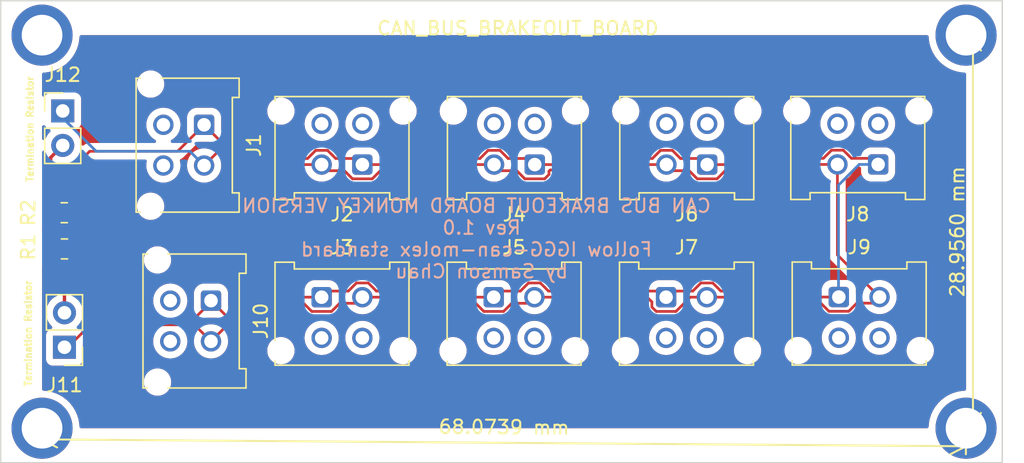
<source format=kicad_pcb>
(kicad_pcb (version 20211014) (generator pcbnew)
  (layers (0 "F.Cu" signal) (31 "B.Cu" signal) (34 "B.Paste" user) (35 "F.Paste" user) (36 "B.SilkS" user "B.Silkscreen") (37 "F.SilkS" user "F.Silkscreen") (38 "B.Mask" user) (39 "F.Mask" user) (44 "Edge.Cuts" user))
  (net 0 "")
  (net 1 "/CAN_P")
  (net 2 "/CAN_N")
  (net 4 "Net-(J11-Pad2)")
  (net 5 "Net-(J12-Pad2)")
  (footprint "Connector_Molex:Molex_Micro-Fit_3.0_43045-0412_2x02_P3.00mm_Vertical" (layer "F.Cu") (at 69.342 56.642 -90)
    (fp_text reference "J10" (at 1.5 -3.67 90) (layer "F.SilkS"))
    (fp_text value "mx3.0_2x2")
    (fp_line (start -3.435 4.7) (end -3.435 5.01) (layer "F.SilkS") (width 0.12))
    (fp_line (start 5.015 -2.08) (end 5.015 -2.58) (layer "F.SilkS") (width 0.12))
    (fp_line (start -3.435 5.01) (end 6.435 5.01) (layer "F.SilkS") (width 0.12))
    (fp_line (start -3.435 -2.58) (end -2.015 -2.58) (layer "F.SilkS") (width 0.12))
    (fp_line (start -2.015 -2.58) (end -2.015 -2.08) (layer "F.SilkS") (width 0.12))
    (fp_line (start -3.435 3.18) (end -3.435 -2.58) (layer "F.SilkS") (width 0.12))
    (fp_line (start 6.435 -2.58) (end 6.435 3.18) (layer "F.SilkS") (width 0.12))
    (fp_line (start -2.015 -2.08) (end 5.015 -2.08) (layer "F.SilkS") (width 0.12))
    (fp_line (start 5.015 -2.58) (end 6.435 -2.58) (layer "F.SilkS") (width 0.12))
    (fp_line (start 6.435 5.01) (end 6.435 4.7) (layer "F.SilkS") (width 0.12))
    (pad "" np_thru_hole circle locked (at -3 3.94 270) (size 1 1) (drill 1) (layers *.Cu *.Mask))
    (pad "" np_thru_hole circle locked (at 6 3.94 270) (size 1 1) (drill 1) (layers *.Cu *.Mask))
    (pad "1" thru_hole roundrect locked (at 0 0 270) (size 1.5 1.5) (drill 1) (layers *.Cu *.Mask) (roundrect_rratio 0.1666673333) (net 1 "/CAN_P"))
    (pad "2" thru_hole circle locked (at 3 0 270) (size 1.5 1.5) (drill 1) (layers *.Cu *.Mask) (net 2 "/CAN_N"))
    (pad "3" thru_hole circle locked (at 0 3 270) (size 1.5 1.5) (drill 1) (layers *.Cu *.Mask))
    (pad "4" thru_hole circle locked (at 3 3 270) (size 1.5 1.5) (drill 1) (layers *.Cu *.Mask))
  )
  (footprint "Connector_Molex:Molex_Micro-Fit_3.0_43045-0412_2x02_P3.00mm_Vertical" (layer "F.Cu") (at 102.87 56.388)
    (fp_text reference "J7" (at 1.5 -3.67) (layer "F.SilkS"))
    (fp_text value "mx3.0_2x2")
    (fp_line (start -3.435 4.7) (end -3.435 5.01) (layer "F.SilkS") (width 0.12))
    (fp_line (start -3.435 -2.58) (end -2.015 -2.58) (layer "F.SilkS") (width 0.12))
    (fp_line (start 6.435 5.01) (end 6.435 4.7) (layer "F.SilkS") (width 0.12))
    (fp_line (start 6.435 -2.58) (end 6.435 3.18) (layer "F.SilkS") (width 0.12))
    (fp_line (start -3.435 5.01) (end 6.435 5.01) (layer "F.SilkS") (width 0.12))
    (fp_line (start 5.015 -2.08) (end 5.015 -2.58) (layer "F.SilkS") (width 0.12))
    (fp_line (start -3.435 3.18) (end -3.435 -2.58) (layer "F.SilkS") (width 0.12))
    (fp_line (start 5.015 -2.58) (end 6.435 -2.58) (layer "F.SilkS") (width 0.12))
    (fp_line (start -2.015 -2.08) (end 5.015 -2.08) (layer "F.SilkS") (width 0.12))
    (fp_line (start -2.015 -2.58) (end -2.015 -2.08) (layer "F.SilkS") (width 0.12))
    (pad "" np_thru_hole circle locked (at 6 3.94) (size 1 1) (drill 1) (layers *.Cu *.Mask))
    (pad "" np_thru_hole circle locked (at -3 3.94) (size 1 1) (drill 1) (layers *.Cu *.Mask))
    (pad "1" thru_hole roundrect locked (at 0 0) (size 1.5 1.5) (drill 1) (layers *.Cu *.Mask) (roundrect_rratio 0.1666673333) (net 1 "/CAN_P"))
    (pad "2" thru_hole circle locked (at 3 0) (size 1.5 1.5) (drill 1) (layers *.Cu *.Mask) (net 2 "/CAN_N"))
    (pad "3" thru_hole circle locked (at 0 3) (size 1.5 1.5) (drill 1) (layers *.Cu *.Mask))
    (pad "4" thru_hole circle locked (at 3 3) (size 1.5 1.5) (drill 1) (layers *.Cu *.Mask))
  )
  (footprint "Connector_Molex:Molex_Micro-Fit_3.0_43045-0412_2x02_P3.00mm_Vertical" (layer "F.Cu") (at 90.17 56.388)
    (fp_text reference "J5" (at 1.5 -3.67) (layer "F.SilkS"))
    (fp_text value "mx3.0_2x2")
    (fp_line (start -3.435 3.18) (end -3.435 -2.58) (layer "F.SilkS") (width 0.12))
    (fp_line (start 6.435 5.01) (end 6.435 4.7) (layer "F.SilkS") (width 0.12))
    (fp_line (start 5.015 -2.58) (end 6.435 -2.58) (layer "F.SilkS") (width 0.12))
    (fp_line (start -2.015 -2.58) (end -2.015 -2.08) (layer "F.SilkS") (width 0.12))
    (fp_line (start -3.435 4.7) (end -3.435 5.01) (layer "F.SilkS") (width 0.12))
    (fp_line (start -2.015 -2.08) (end 5.015 -2.08) (layer "F.SilkS") (width 0.12))
    (fp_line (start 6.435 -2.58) (end 6.435 3.18) (layer "F.SilkS") (width 0.12))
    (fp_line (start -3.435 5.01) (end 6.435 5.01) (layer "F.SilkS") (width 0.12))
    (fp_line (start -3.435 -2.58) (end -2.015 -2.58) (layer "F.SilkS") (width 0.12))
    (fp_line (start 5.015 -2.08) (end 5.015 -2.58) (layer "F.SilkS") (width 0.12))
    (pad "" np_thru_hole circle locked (at -3 3.94) (size 1 1) (drill 1) (layers *.Cu *.Mask))
    (pad "" np_thru_hole circle locked (at 6 3.94) (size 1 1) (drill 1) (layers *.Cu *.Mask))
    (pad "1" thru_hole roundrect locked (at 0 0) (size 1.5 1.5) (drill 1) (layers *.Cu *.Mask) (roundrect_rratio 0.1666673333) (net 1 "/CAN_P"))
    (pad "2" thru_hole circle locked (at 3 0) (size 1.5 1.5) (drill 1) (layers *.Cu *.Mask) (net 2 "/CAN_N"))
    (pad "3" thru_hole circle locked (at 0 3) (size 1.5 1.5) (drill 1) (layers *.Cu *.Mask))
    (pad "4" thru_hole circle locked (at 3 3) (size 1.5 1.5) (drill 1) (layers *.Cu *.Mask))
  )
  (footprint "Connector_Molex:Molex_Micro-Fit_3.0_43045-0412_2x02_P3.00mm_Vertical" (layer "F.Cu") (at 105.894 46.619 180)
    (fp_text reference "J6" (at 1.5 -3.67) (layer "F.SilkS"))
    (fp_text value "mx3.0_2x2")
    (fp_line (start -3.435 3.18) (end -3.435 -2.58) (layer "F.SilkS") (width 0.12))
    (fp_line (start 5.015 -2.58) (end 6.435 -2.58) (layer "F.SilkS") (width 0.12))
    (fp_line (start -2.015 -2.08) (end 5.015 -2.08) (layer "F.SilkS") (width 0.12))
    (fp_line (start 6.435 5.01) (end 6.435 4.7) (layer "F.SilkS") (width 0.12))
    (fp_line (start 6.435 -2.58) (end 6.435 3.18) (layer "F.SilkS") (width 0.12))
    (fp_line (start -2.015 -2.58) (end -2.015 -2.08) (layer "F.SilkS") (width 0.12))
    (fp_line (start -3.435 5.01) (end 6.435 5.01) (layer "F.SilkS") (width 0.12))
    (fp_line (start -3.435 -2.58) (end -2.015 -2.58) (layer "F.SilkS") (width 0.12))
    (fp_line (start 5.015 -2.08) (end 5.015 -2.58) (layer "F.SilkS") (width 0.12))
    (fp_line (start -3.435 4.7) (end -3.435 5.01) (layer "F.SilkS") (width 0.12))
    (pad "" np_thru_hole circle locked (at 6 3.94 180) (size 1 1) (drill 1) (layers *.Cu *.Mask))
    (pad "" np_thru_hole circle locked (at -3 3.94 180) (size 1 1) (drill 1) (layers *.Cu *.Mask))
    (pad "1" thru_hole roundrect locked (at 0 0 180) (size 1.5 1.5) (drill 1) (layers *.Cu *.Mask) (roundrect_rratio 0.1666673333) (net 1 "/CAN_P"))
    (pad "2" thru_hole circle locked (at 3 0 180) (size 1.5 1.5) (drill 1) (layers *.Cu *.Mask) (net 2 "/CAN_N"))
    (pad "3" thru_hole circle locked (at 0 3 180) (size 1.5 1.5) (drill 1) (layers *.Cu *.Mask))
    (pad "4" thru_hole circle locked (at 3 3 180) (size 1.5 1.5) (drill 1) (layers *.Cu *.Mask))
  )
  (footprint "Connector_PinHeader_2.54mm:PinHeader_1x02_P2.54mm_Vertical" (layer "F.Cu") (at 58.42 42.667)
    (fp_text reference "J12" (at 0 -2.662 180) (layer "F.SilkS"))
    (fp_text value "Termination Resistor " (at -2.413 1.148 90) (layer "F.SilkS") (effects (font (size 0.5 0.5) (thickness 0.125))))
    (fp_line (start -1.33 1.27) (end 1.33 1.27) (layer "F.SilkS") (width 0.12))
    (fp_line (start -1.33 0) (end -1.33 -1.33) (layer "F.SilkS") (width 0.12))
    (fp_line (start -1.33 1.27) (end -1.33 3.87) (layer "F.SilkS") (width 0.12))
    (fp_line (start 1.33 1.27) (end 1.33 3.87) (layer "F.SilkS") (width 0.12))
    (fp_line (start -1.33 3.87) (end 1.33 3.87) (layer "F.SilkS") (width 0.12))
    (fp_line (start -1.33 -1.33) (end 0 -1.33) (layer "F.SilkS") (width 0.12))
    (pad "1" thru_hole rect locked (at 0 0) (size 1.7 1.7) (drill 1) (layers *.Cu *.Mask) (net 2 "/CAN_N"))
    (pad "2" thru_hole oval locked (at 0 2.54) (size 1.7 1.7) (drill 1) (layers *.Cu *.Mask) (net 5 "Net-(J12-Pad2)"))
  )
  (footprint "Connector_Molex:Molex_Micro-Fit_3.0_43045-0412_2x02_P3.00mm_Vertical" (layer "F.Cu") (at 118.491 46.609 180)
    (fp_text reference "J8" (at 1.5 -3.67) (layer "F.SilkS"))
    (fp_text value "mx3.0_2x2")
    (fp_line (start 5.015 -2.58) (end 6.435 -2.58) (layer "F.SilkS") (width 0.12))
    (fp_line (start -2.015 -2.08) (end 5.015 -2.08) (layer "F.SilkS") (width 0.12))
    (fp_line (start -3.435 -2.58) (end -2.015 -2.58) (layer "F.SilkS") (width 0.12))
    (fp_line (start -3.435 4.7) (end -3.435 5.01) (layer "F.SilkS") (width 0.12))
    (fp_line (start 6.435 5.01) (end 6.435 4.7) (layer "F.SilkS") (width 0.12))
    (fp_line (start -2.015 -2.58) (end -2.015 -2.08) (layer "F.SilkS") (width 0.12))
    (fp_line (start 6.435 -2.58) (end 6.435 3.18) (layer "F.SilkS") (width 0.12))
    (fp_line (start -3.435 3.18) (end -3.435 -2.58) (layer "F.SilkS") (width 0.12))
    (fp_line (start -3.435 5.01) (end 6.435 5.01) (layer "F.SilkS") (width 0.12))
    (fp_line (start 5.015 -2.08) (end 5.015 -2.58) (layer "F.SilkS") (width 0.12))
    (pad "" np_thru_hole circle locked (at 6 3.94 180) (size 1 1) (drill 1) (layers *.Cu *.Mask))
    (pad "" np_thru_hole circle locked (at -3 3.94 180) (size 1 1) (drill 1) (layers *.Cu *.Mask))
    (pad "1" thru_hole roundrect locked (at 0 0 180) (size 1.5 1.5) (drill 1) (layers *.Cu *.Mask) (roundrect_rratio 0.1666673333) (net 1 "/CAN_P"))
    (pad "2" thru_hole circle locked (at 3 0 180) (size 1.5 1.5) (drill 1) (layers *.Cu *.Mask) (net 2 "/CAN_N"))
    (pad "3" thru_hole circle locked (at 0 3 180) (size 1.5 1.5) (drill 1) (layers *.Cu *.Mask))
    (pad "4" thru_hole circle locked (at 3 3 180) (size 1.5 1.5) (drill 1) (layers *.Cu *.Mask))
  )
  (footprint "Resistor_SMD:R_0805_2012Metric_Pad1.20x1.40mm_HandSolder" (layer "F.Cu") (at 58.547 52.832)
    (fp_text reference "R1" (at -2.667 -0.127 90) (layer "F.SilkS"))
    (fp_text value "120R")
    (fp_line (start -0.227064 -0.735) (end 0.227064 -0.735) (layer "F.SilkS") (width 0.12))
    (fp_line (start -0.227064 0.735) (end 0.227064 0.735) (layer "F.SilkS") (width 0.12))
    (pad "1" smd roundrect locked (at -1 0) (size 1.2 1.4) (layers "F.Cu" "F.Paste" "F.Mask") (roundrect_rratio 0.2083333333) (net 4 "Net-(J11-Pad2)"))
    (pad "2" smd roundrect locked (at 1 0) (size 1.2 1.4) (layers "F.Cu" "F.Paste" "F.Mask") (roundrect_rratio 0.2083333333) (net 1 "/CAN_P"))
  )
  (footprint "Connector_Molex:Molex_Micro-Fit_3.0_43045-0412_2x02_P3.00mm_Vertical" (layer "F.Cu") (at 77.494 56.388)
    (fp_text reference "J3" (at 1.5 -3.67) (layer "F.SilkS"))
    (fp_text value "mx3.0_2x2")
    (fp_line (start 5.015 -2.58) (end 6.435 -2.58) (layer "F.SilkS") (width 0.12))
    (fp_line (start -3.435 -2.58) (end -2.015 -2.58) (layer "F.SilkS") (width 0.12))
    (fp_line (start -3.435 5.01) (end 6.435 5.01) (layer "F.SilkS") (width 0.12))
    (fp_line (start 5.015 -2.08) (end 5.015 -2.58) (layer "F.SilkS") (width 0.12))
    (fp_line (start -3.435 3.18) (end -3.435 -2.58) (layer "F.SilkS") (width 0.12))
    (fp_line (start -2.015 -2.58) (end -2.015 -2.08) (layer "F.SilkS") (width 0.12))
    (fp_line (start -2.015 -2.08) (end 5.015 -2.08) (layer "F.SilkS") (width 0.12))
    (fp_line (start -3.435 4.7) (end -3.435 5.01) (layer "F.SilkS") (width 0.12))
    (fp_line (start 6.435 -2.58) (end 6.435 3.18) (layer "F.SilkS") (width 0.12))
    (fp_line (start 6.435 5.01) (end 6.435 4.7) (layer "F.SilkS") (width 0.12))
    (pad "" np_thru_hole circle locked (at -3 3.94) (size 1 1) (drill 1) (layers *.Cu *.Mask))
    (pad "" np_thru_hole circle locked (at 6 3.94) (size 1 1) (drill 1) (layers *.Cu *.Mask))
    (pad "1" thru_hole roundrect locked (at 0 0) (size 1.5 1.5) (drill 1) (layers *.Cu *.Mask) (roundrect_rratio 0.1666673333) (net 1 "/CAN_P"))
    (pad "2" thru_hole circle locked (at 3 0) (size 1.5 1.5) (drill 1) (layers *.Cu *.Mask) (net 2 "/CAN_N"))
    (pad "3" thru_hole circle locked (at 0 3) (size 1.5 1.5) (drill 1) (layers *.Cu *.Mask))
    (pad "4" thru_hole circle locked (at 3 3) (size 1.5 1.5) (drill 1) (layers *.Cu *.Mask))
  )
  (footprint "Connector_Molex:Molex_Micro-Fit_3.0_43045-0412_2x02_P3.00mm_Vertical" (layer "F.Cu") (at 115.594 56.378)
    (fp_text reference "J9" (at 1.5 -3.67) (layer "F.SilkS"))
    (fp_text value "mx3.0_2x2")
    (fp_line (start 6.435 -2.58) (end 6.435 3.18) (layer "F.SilkS") (width 0.12))
    (fp_line (start -2.015 -2.58) (end -2.015 -2.08) (layer "F.SilkS") (width 0.12))
    (fp_line (start -3.435 3.18) (end -3.435 -2.58) (layer "F.SilkS") (width 0.12))
    (fp_line (start -3.435 4.7) (end -3.435 5.01) (layer "F.SilkS") (width 0.12))
    (fp_line (start -3.435 5.01) (end 6.435 5.01) (layer "F.SilkS") (width 0.12))
    (fp_line (start -3.435 -2.58) (end -2.015 -2.58) (layer "F.SilkS") (width 0.12))
    (fp_line (start 5.015 -2.08) (end 5.015 -2.58) (layer "F.SilkS") (width 0.12))
    (fp_line (start 5.015 -2.58) (end 6.435 -2.58) (layer "F.SilkS") (width 0.12))
    (fp_line (start 6.435 5.01) (end 6.435 4.7) (layer "F.SilkS") (width 0.12))
    (fp_line (start -2.015 -2.08) (end 5.015 -2.08) (layer "F.SilkS") (width 0.12))
    (pad "" np_thru_hole circle locked (at 6 3.94) (size 1 1) (drill 1) (layers *.Cu *.Mask))
    (pad "" np_thru_hole circle locked (at -3 3.94) (size 1 1) (drill 1) (layers *.Cu *.Mask))
    (pad "1" thru_hole roundrect locked (at 0 0) (size 1.5 1.5) (drill 1) (layers *.Cu *.Mask) (roundrect_rratio 0.1666673333) (net 1 "/CAN_P"))
    (pad "2" thru_hole circle locked (at 3 0) (size 1.5 1.5) (drill 1) (layers *.Cu *.Mask) (net 2 "/CAN_N"))
    (pad "3" thru_hole circle locked (at 0 3) (size 1.5 1.5) (drill 1) (layers *.Cu *.Mask))
    (pad "4" thru_hole circle locked (at 3 3) (size 1.5 1.5) (drill 1) (layers *.Cu *.Mask))
  )
  (footprint "Connector_Molex:Molex_Micro-Fit_3.0_43045-0412_2x02_P3.00mm_Vertical" (layer "F.Cu") (at 68.834 43.688 -90)
    (fp_text reference "J1" (at 1.5 -3.67 90) (layer "F.SilkS"))
    (fp_text value "mx3.0_2x2")
    (fp_line (start 6.435 5.01) (end 6.435 4.7) (layer "F.SilkS") (width 0.12))
    (fp_line (start 6.435 -2.58) (end 6.435 3.18) (layer "F.SilkS") (width 0.12))
    (fp_line (start -3.435 5.01) (end 6.435 5.01) (layer "F.SilkS") (width 0.12))
    (fp_line (start 5.015 -2.58) (end 6.435 -2.58) (layer "F.SilkS") (width 0.12))
    (fp_line (start -3.435 4.7) (end -3.435 5.01) (layer "F.SilkS") (width 0.12))
    (fp_line (start -2.015 -2.08) (end 5.015 -2.08) (layer "F.SilkS") (width 0.12))
    (fp_line (start -3.435 3.18) (end -3.435 -2.58) (layer "F.SilkS") (width 0.12))
    (fp_line (start -3.435 -2.58) (end -2.015 -2.58) (layer "F.SilkS") (width 0.12))
    (fp_line (start -2.015 -2.58) (end -2.015 -2.08) (layer "F.SilkS") (width 0.12))
    (fp_line (start 5.015 -2.08) (end 5.015 -2.58) (layer "F.SilkS") (width 0.12))
    (pad "" np_thru_hole circle locked (at -3 3.94 270) (size 1 1) (drill 1) (layers *.Cu *.Mask))
    (pad "" np_thru_hole circle locked (at 6 3.94 270) (size 1 1) (drill 1) (layers *.Cu *.Mask))
    (pad "1" thru_hole roundrect locked (at 0 0 270) (size 1.5 1.5) (drill 1) (layers *.Cu *.Mask) (roundrect_rratio 0.1666673333) (net 1 "/CAN_P"))
    (pad "2" thru_hole circle locked (at 3 0 270) (size 1.5 1.5) (drill 1) (layers *.Cu *.Mask) (net 2 "/CAN_N"))
    (pad "3" thru_hole circle locked (at 0 3 270) (size 1.5 1.5) (drill 1) (layers *.Cu *.Mask))
    (pad "4" thru_hole circle locked (at 3 3 270) (size 1.5 1.5) (drill 1) (layers *.Cu *.Mask))
  )
  (footprint "Connector_Molex:Molex_Micro-Fit_3.0_43045-0412_2x02_P3.00mm_Vertical" (layer "F.Cu") (at 80.494 46.619 180)
    (fp_text reference "J2" (at 1.5 -3.67) (layer "F.SilkS"))
    (fp_text value "mx3.0_2x2")
    (fp_line (start 6.435 -2.58) (end 6.435 3.18) (layer "F.SilkS") (width 0.12))
    (fp_line (start -3.435 -2.58) (end -2.015 -2.58) (layer "F.SilkS") (width 0.12))
    (fp_line (start -2.015 -2.08) (end 5.015 -2.08) (layer "F.SilkS") (width 0.12))
    (fp_line (start 5.015 -2.08) (end 5.015 -2.58) (layer "F.SilkS") (width 0.12))
    (fp_line (start -3.435 5.01) (end 6.435 5.01) (layer "F.SilkS") (width 0.12))
    (fp_line (start 6.435 5.01) (end 6.435 4.7) (layer "F.SilkS") (width 0.12))
    (fp_line (start -2.015 -2.58) (end -2.015 -2.08) (layer "F.SilkS") (width 0.12))
    (fp_line (start -3.435 4.7) (end -3.435 5.01) (layer "F.SilkS") (width 0.12))
    (fp_line (start 5.015 -2.58) (end 6.435 -2.58) (layer "F.SilkS") (width 0.12))
    (fp_line (start -3.435 3.18) (end -3.435 -2.58) (layer "F.SilkS") (width 0.12))
    (pad "" np_thru_hole circle locked (at -3 3.94 180) (size 1 1) (drill 1) (layers *.Cu *.Mask))
    (pad "" np_thru_hole circle locked (at 6 3.94 180) (size 1 1) (drill 1) (layers *.Cu *.Mask))
    (pad "1" thru_hole roundrect locked (at 0 0 180) (size 1.5 1.5) (drill 1) (layers *.Cu *.Mask) (roundrect_rratio 0.1666673333) (net 1 "/CAN_P"))
    (pad "2" thru_hole circle locked (at 3 0 180) (size 1.5 1.5) (drill 1) (layers *.Cu *.Mask) (net 2 "/CAN_N"))
    (pad "3" thru_hole circle locked (at 0 3 180) (size 1.5 1.5) (drill 1) (layers *.Cu *.Mask))
    (pad "4" thru_hole circle locked (at 3 3 180) (size 1.5 1.5) (drill 1) (layers *.Cu *.Mask))
  )
  (footprint "Connector_Molex:Molex_Micro-Fit_3.0_43045-0412_2x02_P3.00mm_Vertical" (layer "F.Cu") (at 93.194 46.619 180)
    (fp_text reference "J4" (at 1.5 -3.67) (layer "F.SilkS"))
    (fp_text value "mx3.0_2x2")
    (fp_line (start 5.015 -2.08) (end 5.015 -2.58) (layer "F.SilkS") (width 0.12))
    (fp_line (start 5.015 -2.58) (end 6.435 -2.58) (layer "F.SilkS") (width 0.12))
    (fp_line (start -2.015 -2.58) (end -2.015 -2.08) (layer "F.SilkS") (width 0.12))
    (fp_line (start 6.435 5.01) (end 6.435 4.7) (layer "F.SilkS") (width 0.12))
    (fp_line (start -3.435 3.18) (end -3.435 -2.58) (layer "F.SilkS") (width 0.12))
    (fp_line (start -3.435 5.01) (end 6.435 5.01) (layer "F.SilkS") (width 0.12))
    (fp_line (start -2.015 -2.08) (end 5.015 -2.08) (layer "F.SilkS") (width 0.12))
    (fp_line (start -3.435 4.7) (end -3.435 5.01) (layer "F.SilkS") (width 0.12))
    (fp_line (start -3.435 -2.58) (end -2.015 -2.58) (layer "F.SilkS") (width 0.12))
    (fp_line (start 6.435 -2.58) (end 6.435 3.18) (layer "F.SilkS") (width 0.12))
    (pad "" np_thru_hole circle locked (at -3 3.94 180) (size 1 1) (drill 1) (layers *.Cu *.Mask))
    (pad "" np_thru_hole circle locked (at 6 3.94 180) (size 1 1) (drill 1) (layers *.Cu *.Mask))
    (pad "1" thru_hole roundrect locked (at 0 0 180) (size 1.5 1.5) (drill 1) (layers *.Cu *.Mask) (roundrect_rratio 0.1666673333) (net 1 "/CAN_P"))
    (pad "2" thru_hole circle locked (at 3 0 180) (size 1.5 1.5) (drill 1) (layers *.Cu *.Mask) (net 2 "/CAN_N"))
    (pad "3" thru_hole circle locked (at 0 3 180) (size 1.5 1.5) (drill 1) (layers *.Cu *.Mask))
    (pad "4" thru_hole circle locked (at 3 3 180) (size 1.5 1.5) (drill 1) (layers *.Cu *.Mask))
  )
  (footprint "Resistor_SMD:R_0805_2012Metric_Pad1.20x1.40mm_HandSolder" (layer "F.Cu") (at 58.531 50.165)
    (fp_text reference "R2" (at -2.651 0 90) (layer "F.SilkS"))
    (fp_text value "120R")
    (fp_line (start -0.227064 -0.735) (end 0.227064 -0.735) (layer "F.SilkS") (width 0.12))
    (fp_line (start -0.227064 0.735) (end 0.227064 0.735) (layer "F.SilkS") (width 0.12))
    (pad "1" smd roundrect locked (at -1 0) (size 1.2 1.4) (layers "F.Cu" "F.Paste" "F.Mask") (roundrect_rratio 0.2083333333) (net 5 "Net-(J12-Pad2)"))
    (pad "2" smd roundrect locked (at 1 0) (size 1.2 1.4) (layers "F.Cu" "F.Paste" "F.Mask") (roundrect_rratio 0.2083333333) (net 1 "/CAN_P"))
  )
  (footprint "Connector_PinHeader_2.54mm:PinHeader_1x02_P2.54mm_Vertical" (layer "F.Cu") (at 58.547 60.076 180)
    (fp_text reference "J11" (at 0 -2.789) (layer "F.SilkS"))
    (fp_text value "Termination Resistor" (at 2.667 1.021 90) (layer "F.SilkS") (effects (font (size 0.5 0.5) (thickness 0.125))))
    (fp_line (start -1.33 0) (end -1.33 -1.33) (layer "F.SilkS") (width 0.12))
    (fp_line (start -1.33 -1.33) (end 0 -1.33) (layer "F.SilkS") (width 0.12))
    (fp_line (start 1.33 1.27) (end 1.33 3.87) (layer "F.SilkS") (width 0.12))
    (fp_line (start -1.33 1.27) (end -1.33 3.87) (layer "F.SilkS") (width 0.12))
    (fp_line (start -1.33 3.87) (end 1.33 3.87) (layer "F.SilkS") (width 0.12))
    (fp_line (start -1.33 1.27) (end 1.33 1.27) (layer "F.SilkS") (width 0.12))
    (pad "1" thru_hole rect locked (at 0 0 180) (size 1.7 1.7) (drill 1) (layers *.Cu *.Mask) (net 2 "/CAN_N"))
    (pad "2" thru_hole oval locked (at 0 2.54 180) (size 1.7 1.7) (drill 1) (layers *.Cu *.Mask) (net 4 "Net-(J11-Pad2)"))
  )
  (gr_rect (start 127.635 34.544) (end 53.848 68.58) (layer "Edge.Cuts") (width 0.1) (fill none))
  (gr_text "CAN BUS BRAKEOUT BOARD MONKEY VERSION\nRev 1.0 \nFollow IGGG-can-molex standard\nby Samson Chau " (at 88.9 52.07) (layer "B.SilkS") (effects (font (size 1 1)) (justify mirror)))
  (gr_text "CAN_BUS_BRAKEOUT_BOARD" (at 91.948 36.576) (layer "F.SilkS") (effects (font (size 1 1))))
  (dimension (type aligned) (layer "F.SilkS") (pts (xy 124.968 66.04) (xy 56.896 65.532)) (height -1.330619) (gr_text "68.0739 mm" (at 90.930652 65.966614 -0.4275725068) (layer "F.SilkS") (effects (font (size 1 1) (thickness 0.15)))) (format (units 3) (units_format 1) (precision 4)) (style (thickness 0.15) (arrow_length 1.27) (text_position_mode 0) (extension_height 0.58642) (extension_offset 0.5) keep_text_aligned))
  (dimension (type aligned) (layer "F.SilkS") (pts (xy 124.968 37.084) (xy 124.968 66.04)) (height -0.508) (gr_text "28.9560 mm" (at 124.326 51.562 90) (layer "F.SilkS") (effects (font (size 1 1) (thickness 0.15)))) (format (units 3) (units_format 1) (precision 4)) (style (thickness 0.15) (arrow_length 1.27) (text_position_mode 0) (extension_height 0.58642) (extension_offset 0.5) keep_text_aligned))
  (via (at 56.896 37.084) (size 4.5) (drill 3) (layers "F.Cu" "B.Cu") (net 0))
  (via (at 56.896 66.04) (size 4.5) (drill 3) (layers "F.Cu" "B.Cu") (net 0))
  (via (at 124.968 66.04) (size 4.5) (drill 3) (layers "F.Cu" "B.Cu") (net 0))
  (via (at 124.968 37.084) (size 4.5) (drill 3) (layers "F.Cu" "B.Cu") (net 0))
  (segment (start 86.3548 46.169) (end 89.159766 46.169) (width 0.2) (layer "F.Cu") (net 1))
  (segment (start 78.528234 46.169) (end 80.044 46.169) (width 0.2) (layer "F.Cu") (net 1))
  (segment (start 101.859766 46.169) (end 102.459277 45.569489) (width 0.2) (layer "F.Cu") (net 1))
  (segment (start 91.228234 46.169) (end 92.744 46.169) (width 0.2) (layer "F.Cu") (net 1))
  (segment (start 61.06848 58.02048) (end 68.057009 58.02048) (width 0.2) (layer "F.Cu") (net 1))
  (segment (start 89.759277 45.569489) (end 90.628723 45.569489) (width 0.2) (layer "F.Cu") (net 1))
  (segment (start 77.059277 45.569489) (end 77.928723 45.569489) (width 0.2) (layer "F.Cu") (net 1))
  (segment (start 77.928723 45.569489) (end 78.528234 46.169) (width 0.2) (layer "F.Cu") (net 1))
  (segment (start 92.135766 55.938) (end 92.735277 55.338489) (width 0.2) (layer "F.Cu") (net 1))
  (segment (start 59.547 54.467) (end 60.325 55.245) (width 0.2) (layer "F.Cu") (net 1))
  (segment (start 80.928723 55.338489) (end 81.528234 55.938) (width 0.2) (layer "F.Cu") (net 1))
  (segment (start 60.325 55.245) (end 60.325 57.277) (width 0.2) (layer "F.Cu") (net 1))
  (segment (start 72.701801 57.916999) (end 74.2308 56.388) (width 0.2) (layer "F.Cu") (net 1))
  (segment (start 68.057009 58.02048) (end 69.342 56.735489) (width 0.2) (layer "F.Cu") (net 1))
  (segment (start 69.342 56.642) (end 70.616999 57.916999) (width 0.2) (layer "F.Cu") (net 1))
  (segment (start 80.494 46.619) (end 85.9048 46.619) (width 0.2) (layer "F.Cu") (net 1))
  (segment (start 115.925723 45.559489) (end 116.525234 46.159) (width 0.2) (layer "F.Cu") (net 1))
  (segment (start 106.304723 55.338489) (end 106.904234 55.938) (width 0.2) (layer "F.Cu") (net 1))
  (segment (start 80.044 46.169) (end 80.494 46.619) (width 0.2) (layer "F.Cu") (net 1))
  (segment (start 95.8108 46.619) (end 96.2608 46.169) (width 0.2) (layer "F.Cu") (net 1))
  (segment (start 85.6622 56.388) (end 90.17 56.388) (width 0.2) (layer "F.Cu") (net 1))
  (segment (start 59.547 52.832) (end 59.547 54.467) (width 0.2) (layer "F.Cu") (net 1))
  (segment (start 59.531 50.165) (end 59.531 46.514) (width 0.2) (layer "F.Cu") (net 1))
  (segment (start 81.528234 55.938) (end 85.2122 55.938) (width 0.2) (layer "F.Cu") (net 1))
  (segment (start 90.62 55.938) (end 92.135766 55.938) (width 0.2) (layer "F.Cu") (net 1))
  (segment (start 89.159766 46.169) (end 89.759277 45.569489) (width 0.2) (layer "F.Cu") (net 1))
  (segment (start 85.2122 55.938) (end 85.6622 56.388) (width 0.2) (layer "F.Cu") (net 1))
  (segment (start 105.894 46.619) (end 112.1938 46.619) (width 0.2) (layer "F.Cu") (net 1))
  (segment (start 60.325 57.277) (end 61.06848 58.02048) (width 0.2) (layer "F.Cu") (net 1))
  (segment (start 118.041 46.159) (end 118.491 46.609) (width 0.2) (layer "F.Cu") (net 1))
  (segment (start 108.4532 55.938) (end 108.8932 56.378) (width 0.2) (layer "F.Cu") (net 1))
  (segment (start 103.928234 46.169) (end 105.444 46.169) (width 0.2) (layer "F.Cu") (net 1))
  (segment (start 70.108999 44.962999) (end 72.713199 44.962999) (width 0.2) (layer "F.Cu") (net 1))
  (segment (start 59.531 46.514) (end 60.406511 45.638489) (width 0.2) (layer "F.Cu") (net 1))
  (segment (start 68.834 43.688) (end 70.108999 44.962999) (width 0.2) (layer "F.Cu") (net 1))
  (segment (start 96.2608 46.169) (end 101.859766 46.169) (width 0.2) (layer "F.Cu") (net 1))
  (segment (start 112.1938 46.619) (end 112.6538 46.159) (width 0.2) (layer "F.Cu") (net 1))
  (segment (start 94.204234 55.938) (end 104.835766 55.938) (width 0.2) (layer "F.Cu") (net 1))
  (segment (start 90.17 56.388) (end 90.62 55.938) (width 0.2) (layer "F.Cu") (net 1))
  (segment (start 79.459766 55.938) (end 80.059277 55.338489) (width 0.2) (layer "F.Cu") (net 1))
  (segment (start 102.459277 45.569489) (end 103.328723 45.569489) (width 0.2) (layer "F.Cu") (net 1))
  (segment (start 93.604723 55.338489) (end 94.204234 55.938) (width 0.2) (layer "F.Cu") (net 1))
  (segment (start 77.494 56.388) (end 77.944 55.938) (width 0.2) (layer "F.Cu") (net 1))
  (segment (start 74.2308 56.388) (end 77.494 56.388) (width 0.2) (layer "F.Cu") (net 1))
  (segment (start 92.735277 55.338489) (end 93.604723 55.338489) (width 0.2) (layer "F.Cu") (net 1))
  (segment (start 106.904234 55.938) (end 108.4532 55.938) (width 0.2) (layer "F.Cu") (net 1))
  (segment (start 66.883511 45.638489) (end 68.834 43.688) (width 0.2) (layer "F.Cu") (net 1))
  (segment (start 77.944 55.938) (end 79.459766 55.938) (width 0.2) (layer "F.Cu") (net 1))
  (segment (start 60.406511 45.638489) (end 66.883511 45.638489) (width 0.2) (layer "F.Cu") (net 1))
  (segment (start 103.328723 45.569489) (end 103.928234 46.169) (width 0.2) (layer "F.Cu") (net 1))
  (segment (start 69.342 56.735489) (end 69.342 56.642) (width 0.2) (layer "F.Cu") (net 1))
  (segment (start 90.628723 45.569489) (end 91.228234 46.169) (width 0.2) (layer "F.Cu") (net 1))
  (segment (start 76.459766 46.169) (end 77.059277 45.569489) (width 0.2) (layer "F.Cu") (net 1))
  (segment (start 93.194 46.619) (end 95.8108 46.619) (width 0.2) (layer "F.Cu") (net 1))
  (segment (start 73.9192 46.169) (end 76.459766 46.169) (width 0.2) (layer "F.Cu") (net 1))
  (segment (start 92.744 46.169) (end 93.194 46.619) (width 0.2) (layer "F.Cu") (net 1))
  (segment (start 104.835766 55.938) (end 105.435277 55.338489) (width 0.2) (layer "F.Cu") (net 1))
  (segment (start 105.435277 55.338489) (end 106.304723 55.338489) (width 0.2) (layer "F.Cu") (net 1))
  (segment (start 69.342 56.380595) (end 69.342 56.642) (width 0.2) (layer "F.Cu") (net 1))
  (segment (start 108.8932 56.378) (end 115.594 56.378) (width 0.2) (layer "F.Cu") (net 1))
  (segment (start 70.616999 57.916999) (end 72.701801 57.916999) (width 0.2) (layer "F.Cu") (net 1))
  (segment (start 115.056277 45.559489) (end 115.925723 45.559489) (width 0.2) (layer "F.Cu") (net 1))
  (segment (start 72.713199 44.962999) (end 73.9192 46.169) (width 0.2) (layer "F.Cu") (net 1))
  (segment (start 116.525234 46.159) (end 118.041 46.159) (width 0.2) (layer "F.Cu") (net 1))
  (segment (start 112.6538 46.159) (end 114.456766 46.159) (width 0.2) (layer "F.Cu") (net 1))
  (segment (start 105.444 46.169) (end 105.894 46.619) (width 0.2) (layer "F.Cu") (net 1))
  (segment (start 85.9048 46.619) (end 86.3548 46.169) (width 0.2) (layer "F.Cu") (net 1))
  (segment (start 114.456766 46.159) (end 115.056277 45.559489) (width 0.2) (layer "F.Cu") (net 1))
  (segment (start 80.059277 55.338489) (end 80.928723 55.338489) (width 0.2) (layer "F.Cu") (net 1))
  (segment (start 115.57 48.133) (end 115.57 56.354) (width 0.2) (layer "B.Cu") (net 1))
  (segment (start 117.094 46.609) (end 115.57 48.133) (width 0.2) (layer "B.Cu") (net 1))
  (segment (start 118.491 46.609) (end 117.094 46.609) (width 0.2) (layer "B.Cu") (net 1))
  (segment (start 115.57 56.354) (end 115.594 56.378) (width 0.2) (layer "B.Cu") (net 1))
  (segment (start 60.452 58.42) (end 68.12 58.42) (width 0.2) (layer "F.Cu") (net 2))
  (segment (start 90.644 47.069) (end 91.866862 47.069) (width 0.2) (layer "F.Cu") (net 2))
  (segment (start 91.497138 56.838) (end 92.72 56.838) (width 0.2) (layer "F.Cu") (net 2))
  (segment (start 86.0912 47.069) (end 86.5412 46.619) (width 0.2) (layer "F.Cu") (net 2))
  (segment (start 101.82048 56.73548) (end 101.82048 57.115618) (width 0.2) (layer "F.Cu") (net 2))
  (segment (start 106.621618 47.66852) (end 107.221138 47.069) (width 0.2) (layer "F.Cu") (net 2))
  (segment (start 94.24352 47.10748) (end 94.33248 47.01852) (width 0.2) (layer "F.Cu") (net 2))
  (segment (start 91.866862 47.069) (end 92.466382 47.66852) (width 0.2) (layer "F.Cu") (net 2))
  (segment (start 114.266862 56.828) (end 114.866382 57.42752) (width 0.2) (layer "F.Cu") (net 2))
  (segment (start 74.4172 56.838) (end 76.166862 56.838) (width 0.2) (layer "F.Cu") (net 2))
  (segment (start 103.597618 57.43752) (end 104.647138 56.388) (width 0.2) (layer "F.Cu") (net 2))
  (segment (start 85.0258 56.388) (end 85.4758 56.838) (width 0.2) (layer "F.Cu") (net 2))
  (segment (start 89.442382 57.43752) (end 90.897618 57.43752) (width 0.2) (layer "F.Cu") (net 2))
  (segment (start 73.7328 46.619) (end 77.494 46.619) (width 0.2) (layer "F.Cu") (net 2))
  (segment (start 92.72 56.838) (end 93.17 56.388) (width 0.2) (layer "F.Cu") (net 2))
  (segment (start 108.7068 56.828) (end 114.266862 56.828) (width 0.2) (layer "F.Cu") (net 2))
  (segment (start 58.796 60.076) (end 60.452 58.42) (width 0.2) (layer "F.Cu") (net 2))
  (segment (start 79.766382 47.66852) (end 81.221618 47.66852) (width 0.2) (layer "F.Cu") (net 2))
  (segment (start 90.194 46.619) (end 90.644 47.069) (width 0.2) (layer "F.Cu") (net 2))
  (segment (start 118.144 56.828) (end 118.594 56.378) (width 0.2) (layer "F.Cu") (net 2))
  (segment (start 70.616999 58.367001) (end 72.888199 58.367001) (width 0.2) (layer "F.Cu") (net 2))
  (segment (start 94.24352 47.346618) (end 94.24352 47.10748) (width 0.2) (layer "F.Cu") (net 2))
  (segment (start 103.344 47.069) (end 104.566862 47.069) (width 0.2) (layer "F.Cu") (net 2))
  (segment (start 78.821138 56.838) (end 80.044 56.838) (width 0.2) (layer "F.Cu") (net 2))
  (segment (start 90.897618 57.43752) (end 91.497138 56.838) (width 0.2) (layer "F.Cu") (net 2))
  (segment (start 79.166862 47.069) (end 79.766382 47.66852) (width 0.2) (layer "F.Cu") (net 2))
  (segment (start 81.821138 47.069) (end 86.0912 47.069) (width 0.2) (layer "F.Cu") (net 2))
  (segment (start 72.526801 45.413001) (end 73.7328 46.619) (width 0.2) (layer "F.Cu") (net 2))
  (segment (start 72.888199 58.367001) (end 74.4172 56.838) (width 0.2) (layer "F.Cu") (net 2))
  (segment (start 115.491 53.275) (end 118.594 56.378) (width 0.2) (layer "F.Cu") (net 2))
  (segment (start 85.4758 56.838) (end 88.842862 56.838) (width 0.2) (layer "F.Cu") (net 2))
  (segment (start 104.647138 56.388) (end 108.2668 56.388) (width 0.2) (layer "F.Cu") (net 2))
  (segment (start 105.166382 47.66852) (end 106.621618 47.66852) (width 0.2) (layer "F.Cu") (net 2))
  (segment (start 69.342 59.642) (end 70.616999 58.367001) (width 0.2) (layer "F.Cu") (net 2))
  (segment (start 101.82048 57.115618) (end 102.142382 57.43752) (width 0.2) (layer "F.Cu") (net 2))
  (segment (start 77.494 46.619) (end 77.944 47.069) (width 0.2) (layer "F.Cu") (net 2))
  (segment (start 102.142382 57.43752) (end 103.597618 57.43752) (width 0.2) (layer "F.Cu") (net 2))
  (segment (start 86.5412 46.619) (end 90.194 46.619) (width 0.2) (layer "F.Cu") (net 2))
  (segment (start 116.321618 57.42752) (end 116.921138 56.828) (width 0.2) (layer "F.Cu") (net 2))
  (segment (start 112.3802 47.069) (end 112.8402 46.609) (width 0.2) (layer "F.Cu") (net 2))
  (segment (start 68.12 58.42) (end 69.342 59.642) (width 0.2) (layer "F.Cu") (net 2))
  (segment (start 77.944 47.069) (end 79.166862 47.069) (width 0.2) (layer "F.Cu") (net 2))
  (segment (start 95.976286 47.01852) (end 96.375806 46.619) (width 0.2) (layer "F.Cu") (net 2))
  (segment (start 76.766382 57.43752) (end 78.221618 57.43752) (width 0.2) (layer "F.Cu") (net 2))
  (segment (start 88.842862 56.838) (end 89.442382 57.43752) (width 0.2) (layer "F.Cu") (net 2))
  (segment (start 116.921138 56.828) (end 118.144 56.828) (width 0.2) (layer "F.Cu") (net 2))
  (segment (start 107.221138 47.069) (end 112.3802 47.069) (width 0.2) (layer "F.Cu") (net 2))
  (segment (start 92.466382 47.66852) (end 93.921618 47.66852) (width 0.2) (layer "F.Cu") (net 2))
  (segment (start 80.044 56.838) (end 80.494 56.388) (width 0.2) (layer "F.Cu") (net 2))
  (segment (start 102.894 46.619) (end 103.344 47.069) (width 0.2) (layer "F.Cu") (net 2))
  (segment (start 81.221618 47.66852) (end 81.821138 47.069) (width 0.2) (layer "F.Cu") (net 2))
  (segment (start 68.834 46.688) (end 70.108999 45.413001) (width 0.2) (layer "F.Cu") (net 2))
  (segment (start 104.566862 47.069) (end 105.166382 47.66852) (width 0.2) (layer "F.Cu") (net 2))
  (segment (start 70.108999 45.413001) (end 72.526801 45.413001) (width 0.2) (layer "F.Cu") (net 2))
  (segment (start 115.491 46.609) (end 115.491 53.275) (width 0.2) (layer "F.Cu") (net 2))
  (segment (start 112.8402 46.609) (end 115.491 46.609) (width 0.2) (layer "F.Cu") (net 2))
  (segment (start 94.33248 47.01852) (end 95.976286 47.01852) (width 0.2) (layer "F.Cu") (net 2))
  (segment (start 76.166862 56.838) (end 76.766382 57.43752) (width 0.2) (layer "F.Cu") (net 2))
  (segment (start 78.221618 57.43752) (end 78.821138 56.838) (width 0.2) (layer "F.Cu") (net 2))
  (segment (start 58.547 60.076) (end 59.162511 60.691511) (width 0.2) (layer "F.Cu") (net 2))
  (segment (start 114.866382 57.42752) (end 116.321618 57.42752) (width 0.2) (layer "F.Cu") (net 2))
  (segment (start 93.17 56.388) (end 101.473 56.388) (width 0.2) (layer "F.Cu") (net 2))
  (segment (start 96.375806 46.619) (end 102.894 46.619) (width 0.2) (layer "F.Cu") (net 2))
  (segment (start 93.921618 47.66852) (end 94.24352 47.346618) (width 0.2) (layer "F.Cu") (net 2))
  (segment (start 80.494 56.388) (end 85.0258 56.388) (width 0.2) (layer "F.Cu") (net 2))
  (segment (start 108.2668 56.388) (end 108.7068 56.828) (width 0.2) (layer "F.Cu") (net 2))
  (segment (start 58.547 60.076) (end 58.796 60.076) (width 0.2) (layer "F.Cu") (net 2))
  (segment (start 101.473 56.388) (end 101.82048 56.73548) (width 0.2) (layer "F.Cu") (net 2))
  (segment (start 60.878489 45.638489) (end 67.784489 45.638489) (width 0.2) (layer "B.Cu") (net 2))
  (segment (start 67.784489 45.638489) (end 68.834 46.688) (width 0.2) (layer "B.Cu") (net 2))
  (segment (start 58.42 43.18) (end 60.878489 45.638489) (width 0.2) (layer "B.Cu") (net 2))
  (segment (start 58.42 42.667) (end 58.42 43.18) (width 0.2) (layer "B.Cu") (net 2))
  (segment (start 58.547 57.536) (end 58.547 53.832) (width 0.25) (layer "F.Cu") (net 4))
  (segment (start 58.547 53.832) (end 57.547 52.832) (width 0.25) (layer "F.Cu") (net 4))
  (segment (start 57.531 50.165) (end 57.531 46.096) (width 0.25) (layer "F.Cu") (net 5))
  (segment (start 57.531 46.096) (end 58.42 45.207) (width 0.25) (layer "F.Cu") (net 5))
  (zone (net 0) (net_name "") (layer "F.Cu") (connect_pads (clearance 0.508)) (min_thickness 0.254) (fill yes (thermal_gap 0.508) (thermal_bridge_width 0.508))
    (polygon (pts (xy 124.968 66.04) (xy 56.896 66.04) (xy 56.896 37.084) (xy 124.968 37.084)))
  )
  (zone (net 0) (net_name "") (layer "B.Cu") (connect_pads (clearance 0.508)) (min_thickness 0.254) (fill yes (thermal_gap 0.508) (thermal_bridge_width 0.508))
    (polygon (pts (xy 124.968 66.04) (xy 56.896 66.04) (xy 56.896 37.084) (xy 124.968 37.084)))
  )
)
</source>
